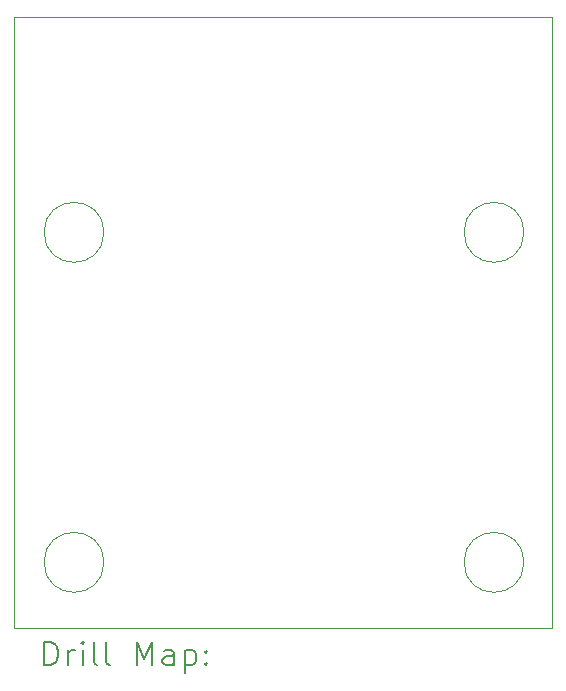
<source format=gbr>
%TF.GenerationSoftware,KiCad,Pcbnew,9.0.5-1.fc42*%
%TF.CreationDate,2025-11-09T17:22:30+08:00*%
%TF.ProjectId,b5s4-XA1541-active,62357334-2d58-4413-9135-34312d616374,1.1*%
%TF.SameCoordinates,Original*%
%TF.FileFunction,Drillmap*%
%TF.FilePolarity,Positive*%
%FSLAX45Y45*%
G04 Gerber Fmt 4.5, Leading zero omitted, Abs format (unit mm)*
G04 Created by KiCad (PCBNEW 9.0.5-1.fc42) date 2025-11-09 17:22:30*
%MOMM*%
%LPD*%
G01*
G04 APERTURE LIST*
%ADD10C,0.050000*%
%ADD11C,0.200000*%
G04 APERTURE END LIST*
D10*
X10414000Y-12192000D02*
G75*
G02*
X9906000Y-12192000I-254000J0D01*
G01*
X9906000Y-12192000D02*
G75*
G02*
X10414000Y-12192000I254000J0D01*
G01*
X9650158Y-7570874D02*
X14209024Y-7570874D01*
X14209024Y-12751310D01*
X9650158Y-12751310D01*
X9650158Y-7570874D01*
X13970000Y-12192000D02*
G75*
G02*
X13462000Y-12192000I-254000J0D01*
G01*
X13462000Y-12192000D02*
G75*
G02*
X13970000Y-12192000I254000J0D01*
G01*
X13970000Y-9398000D02*
G75*
G02*
X13462000Y-9398000I-254000J0D01*
G01*
X13462000Y-9398000D02*
G75*
G02*
X13970000Y-9398000I254000J0D01*
G01*
X10414000Y-9398000D02*
G75*
G02*
X9906000Y-9398000I-254000J0D01*
G01*
X9906000Y-9398000D02*
G75*
G02*
X10414000Y-9398000I254000J0D01*
G01*
D11*
X9908435Y-13065294D02*
X9908435Y-12865294D01*
X9908435Y-12865294D02*
X9956054Y-12865294D01*
X9956054Y-12865294D02*
X9984625Y-12874818D01*
X9984625Y-12874818D02*
X10003673Y-12893865D01*
X10003673Y-12893865D02*
X10013197Y-12912913D01*
X10013197Y-12912913D02*
X10022721Y-12951008D01*
X10022721Y-12951008D02*
X10022721Y-12979580D01*
X10022721Y-12979580D02*
X10013197Y-13017675D01*
X10013197Y-13017675D02*
X10003673Y-13036722D01*
X10003673Y-13036722D02*
X9984625Y-13055770D01*
X9984625Y-13055770D02*
X9956054Y-13065294D01*
X9956054Y-13065294D02*
X9908435Y-13065294D01*
X10108435Y-13065294D02*
X10108435Y-12931960D01*
X10108435Y-12970056D02*
X10117959Y-12951008D01*
X10117959Y-12951008D02*
X10127483Y-12941484D01*
X10127483Y-12941484D02*
X10146530Y-12931960D01*
X10146530Y-12931960D02*
X10165578Y-12931960D01*
X10232244Y-13065294D02*
X10232244Y-12931960D01*
X10232244Y-12865294D02*
X10222721Y-12874818D01*
X10222721Y-12874818D02*
X10232244Y-12884341D01*
X10232244Y-12884341D02*
X10241768Y-12874818D01*
X10241768Y-12874818D02*
X10232244Y-12865294D01*
X10232244Y-12865294D02*
X10232244Y-12884341D01*
X10356054Y-13065294D02*
X10337006Y-13055770D01*
X10337006Y-13055770D02*
X10327483Y-13036722D01*
X10327483Y-13036722D02*
X10327483Y-12865294D01*
X10460816Y-13065294D02*
X10441768Y-13055770D01*
X10441768Y-13055770D02*
X10432244Y-13036722D01*
X10432244Y-13036722D02*
X10432244Y-12865294D01*
X10689387Y-13065294D02*
X10689387Y-12865294D01*
X10689387Y-12865294D02*
X10756054Y-13008151D01*
X10756054Y-13008151D02*
X10822721Y-12865294D01*
X10822721Y-12865294D02*
X10822721Y-13065294D01*
X11003673Y-13065294D02*
X11003673Y-12960532D01*
X11003673Y-12960532D02*
X10994149Y-12941484D01*
X10994149Y-12941484D02*
X10975102Y-12931960D01*
X10975102Y-12931960D02*
X10937006Y-12931960D01*
X10937006Y-12931960D02*
X10917959Y-12941484D01*
X11003673Y-13055770D02*
X10984625Y-13065294D01*
X10984625Y-13065294D02*
X10937006Y-13065294D01*
X10937006Y-13065294D02*
X10917959Y-13055770D01*
X10917959Y-13055770D02*
X10908435Y-13036722D01*
X10908435Y-13036722D02*
X10908435Y-13017675D01*
X10908435Y-13017675D02*
X10917959Y-12998627D01*
X10917959Y-12998627D02*
X10937006Y-12989103D01*
X10937006Y-12989103D02*
X10984625Y-12989103D01*
X10984625Y-12989103D02*
X11003673Y-12979580D01*
X11098911Y-12931960D02*
X11098911Y-13131960D01*
X11098911Y-12941484D02*
X11117959Y-12931960D01*
X11117959Y-12931960D02*
X11156054Y-12931960D01*
X11156054Y-12931960D02*
X11175102Y-12941484D01*
X11175102Y-12941484D02*
X11184625Y-12951008D01*
X11184625Y-12951008D02*
X11194149Y-12970056D01*
X11194149Y-12970056D02*
X11194149Y-13027199D01*
X11194149Y-13027199D02*
X11184625Y-13046246D01*
X11184625Y-13046246D02*
X11175102Y-13055770D01*
X11175102Y-13055770D02*
X11156054Y-13065294D01*
X11156054Y-13065294D02*
X11117959Y-13065294D01*
X11117959Y-13065294D02*
X11098911Y-13055770D01*
X11279863Y-13046246D02*
X11289387Y-13055770D01*
X11289387Y-13055770D02*
X11279863Y-13065294D01*
X11279863Y-13065294D02*
X11270340Y-13055770D01*
X11270340Y-13055770D02*
X11279863Y-13046246D01*
X11279863Y-13046246D02*
X11279863Y-13065294D01*
X11279863Y-12941484D02*
X11289387Y-12951008D01*
X11289387Y-12951008D02*
X11279863Y-12960532D01*
X11279863Y-12960532D02*
X11270340Y-12951008D01*
X11270340Y-12951008D02*
X11279863Y-12941484D01*
X11279863Y-12941484D02*
X11279863Y-12960532D01*
M02*

</source>
